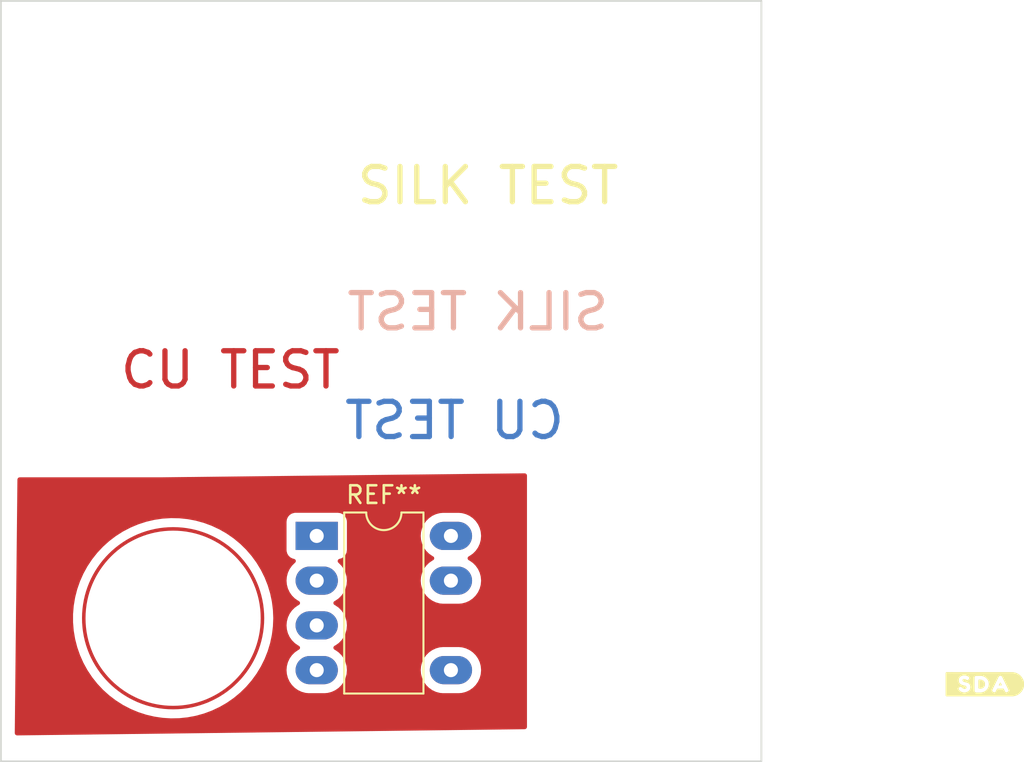
<source format=kicad_pcb>
(kicad_pcb (version 20210108) (generator pcbnew)
  (layers (0 "F.Cu" signal) (31 "B.Cu" signal) (34 "B.Paste" user) (35 "F.Paste" user) (36 "B.SilkS" user "B.Silkscreen") (37 "F.SilkS" user "F.Silkscreen") (38 "B.Mask" user) (39 "F.Mask" user) (44 "Edge.Cuts" user))
  (net 0 "")
  (footprint "label" (layer "F.Cu") (at 170 115)
    (fp_text reference "" (at 0 0) (layer "F.SilkS") (effects (font (size 1.27 1.27))))
    (fp_text value "" (at 0 0) (layer "F.SilkS") (effects (font (size 1.27 1.27))))
    (fp_poly (pts (xy -1.7503 -0.6773) (xy -2.0209 -0.6773) (xy -2.0489 -0.6377) (xy -2.0489 0.6478) (xy -2.0108 0.6773) (xy 1.7106 0.6773) (xy 1.7781 0.6739) (xy 1.845 0.6638) (xy 1.9105 0.6471) (xy 1.974 0.6239) (xy 2.0349 0.5945) (xy 2.0926 0.5591) (xy 2.1464 0.5182) (xy 2.196 0.4721) (xy 2.2406 0.4213) (xy 2.28 0.3663) (xy 2.3137 0.3077) (xy 2.3414 0.246) (xy 2.3627 0.1818) (xy 2.3776 0.1158) (xy 2.3858 0.0487) (xy 2.3873 -0.0189) (xy 2.3821 -0.0863) (xy 2.3701 -0.1529) (xy 2.3516 -0.2179) (xy 2.3266 -0.2808) (xy 2.2956 -0.3409) (xy 2.2587 -0.3975) (xy 2.2163 -0.4503) (xy 2.1689 -0.4985) (xy 2.1169 -0.5417) (xy 2.0608 -0.5796) (xy 2.0013 -0.6116) (xy 1.9388 -0.6376) (xy 1.8741 -0.6572) (xy 1.8077 -0.6703) (xy 1.7404 -0.6767) (xy 1.6728 -0.6773) (xy -1.709 -0.6773) (xy -1.2752 -0.3808) (xy -1.2309 -0.4316) (xy -1.1798 -0.4683) (xy -1.1196 -0.4931) (xy -1.0504 -0.506) (xy -0.9755 -0.5073) (xy -0.9075 -0.4994) (xy -0.8399 -0.4809) (xy -0.7809 -0.4518) (xy -0.7287 -0.4083) (xy -0.7012 -0.3554) (xy -0.7273 -0.2955) (xy -0.7788 -0.2377) (xy -0.8335 -0.2245) (xy -0.8962 -0.252) (xy -0.9498 -0.291) (xy -1.0214 -0.2961) (xy -1.0782 -0.267) (xy -1.0918 -0.2028) (xy -1.0482 -0.156) (xy -0.9839 -0.1332) (xy -0.9211 -0.1185) (xy -0.851 -0.0993) (xy -0.787 -0.076) (xy -0.7324 -0.0452) (xy -0.6871 0.0066) (xy -0.6597 0.0652) (xy -0.6477 0.1331) (xy -0.6496 0.2061) (xy -0.6644 0.2701) (xy -0.4233 0.3256) (xy -0.4232 -0.4163) (xy -0.3942 -0.4648) (xy -0.3232 -0.4806) (xy -0.2758 -0.4809) (xy -0.0728 -0.4809) (xy -0.0046 -0.4766) (xy 0.0604 -0.463) (xy 0.1222 -0.4403) (xy 0.1809 -0.4085) (xy 0.2363 -0.3675) (xy 0.2871 -0.3185) (xy 0.3288 -0.2653) (xy 0.3612 -0.2079) (xy 0.3844 -0.1463) (xy 0.3983 -0.0805) (xy 0.403 -0.0105) (xy 0.3986 0.059) (xy 0.3854 0.1248) (xy 0.3638 0.1858) (xy 0.5844 0.3186) (xy 0.6146 0.2529) (xy 0.9399 -0.4165) (xy 0.9807 -0.4683) (xy 1.0434 -0.494) (xy 1.1069 -0.481) (xy 1.1527 -0.431) (xy 1.1549 -0.4267) (xy 1.5104 0.306) (xy 1.5273 0.3679) (xy 1.5022 0.4186) (xy 1.4323 0.4621) (xy 1.3709 0.4734) (xy 1.3172 0.4365) (xy 1.286 0.3762) (xy 1.2569 0.3152) (xy 1.2257 0.2574) (xy 0.8874 0.2574) (xy 0.8486 0.3031) (xy 0.7875 0.4283) (xy 0.7417 0.4701) (xy 0.6831 0.4653) (xy 0.609 0.4256) (xy 0.5734 0.377) (xy 0.5837 0.321) (xy 0.3628 0.1881) (xy 0.3324 0.2455) (xy 0.2927 0.3003) (xy 0.2442 0.3513) (xy 0.1907 0.3944) (xy 0.1335 0.4282) (xy 0.0725 0.4528) (xy 0.0077 0.468) (xy -0.0608 0.474) (xy -0.2642 0.4741) (xy -0.34 0.4726) (xy -0.4004 0.4514) (xy -0.4209 0.4004) (xy -0.4233 0.3281) (xy -0.6652 0.2724) (xy -0.6943 0.3315) (xy -0.7377 0.383) (xy -0.7923 0.421) (xy -0.8532 0.4497) (xy -0.9175 0.4674) (xy -0.9851 0.4741) (xy -1.0541 0.4704) (xy -1.1205 0.457) (xy -1.1823 0.4295) (xy -1.2426 0.3879) (xy -1.2865 0.3442) (xy -1.3216 0.3005) (xy -1.3372 0.2439) (xy -1.3083 0.1897) (xy -1.2479 0.1419) (xy -1.1921 0.1394) (xy -1.1347 0.1771) (xy -1.0795 0.2246) (xy -1.0147 0.2558) (xy -0.9402 0.2499) (xy -0.8909 0.2156) (xy -0.8777 0.1543) (xy -0.9182 0.1043) (xy -0.9818 0.083) (xy -1.0458 0.0702) (xy -1.1137 0.0482) (xy -1.1762 0.0216) (xy -1.2322 -0.0106) (xy -1.2776 -0.0605) (xy -1.3079 -0.1206) (xy -1.3223 -0.1864) (xy -1.3223 -0.2568) (xy -1.307 -0.3212) (xy -1.2766 -0.3788) (xy -1.7115 -0.6773) (xy -1.7503 -0.6773)) (layer "F.SilkS") (width 0.01) (fill solid))
    (fp_poly (pts (xy 1.0207 -0.0571) (xy 0.9657 0.0666) (xy 1.0992 0.0677) (xy 1.1205 0.0386) (xy 1.0618 -0.0834) (xy 1.0207 -0.0571)) (layer "F.SilkS") (width 0.01) (fill solid))
    (fp_poly (pts (xy 0.0654 0.204) (xy 0.1142 0.1562) (xy 0.1508 0.1006) (xy 0.1698 0.0371) (xy 0.1712 -0.0332) (xy 0.1555 -0.0985) (xy 0.1227 -0.1557) (xy 0.0737 -0.2038) (xy 0.0158 -0.2356) (xy -0.0498 -0.2498) (xy -0.1859 -0.2506) (xy -0.193 -0.1901) (xy -0.193 0.2159) (xy -0.1533 0.2438) (xy -0.018 0.2438) (xy 0.0654 0.204)) (layer "F.SilkS") (width 0.01) (fill solid))
  )
  (footprint "label" (layer "F.Cu") (at 170 115)
    (fp_text reference "" (at 0 0) (layer "F.SilkS") (effects (font (size 1.27 1.27))))
    (fp_text value "" (at 0 0) (layer "F.SilkS") (effects (font (size 1.27 1.27))))
    (fp_poly (pts (xy 0.0654 0.204) (xy 0.1142 0.1562) (xy 0.1508 0.1006) (xy 0.1698 0.0371) (xy 0.1712 -0.0332) (xy 0.1555 -0.0985) (xy 0.1227 -0.1557) (xy 0.0737 -0.2038) (xy 0.0158 -0.2356) (xy -0.0498 -0.2498) (xy -0.1859 -0.2506) (xy -0.193 -0.1901) (xy -0.193 0.2159) (xy -0.1533 0.2438) (xy -0.018 0.2438) (xy 0.0654 0.204)) (layer "F.SilkS") (width 0.01) (fill solid))
    (fp_poly (pts (xy -1.7503 -0.6773) (xy -2.0209 -0.6773) (xy -2.0489 -0.6377) (xy -2.0489 0.6478) (xy -2.0108 0.6773) (xy 1.7106 0.6773) (xy 1.7781 0.6739) (xy 1.845 0.6638) (xy 1.9105 0.6471) (xy 1.974 0.6239) (xy 2.0349 0.5945) (xy 2.0926 0.5591) (xy 2.1464 0.5182) (xy 2.196 0.4721) (xy 2.2406 0.4213) (xy 2.28 0.3663) (xy 2.3137 0.3077) (xy 2.3414 0.246) (xy 2.3627 0.1818) (xy 2.3776 0.1158) (xy 2.3858 0.0487) (xy 2.3873 -0.0189) (xy 2.3821 -0.0863) (xy 2.3701 -0.1529) (xy 2.3516 -0.2179) (xy 2.3266 -0.2808) (xy 2.2956 -0.3409) (xy 2.2587 -0.3975) (xy 2.2163 -0.4503) (xy 2.1689 -0.4985) (xy 2.1169 -0.5417) (xy 2.0608 -0.5796) (xy 2.0013 -0.6116) (xy 1.9388 -0.6376) (xy 1.8741 -0.6572) (xy 1.8077 -0.6703) (xy 1.7404 -0.6767) (xy 1.6728 -0.6773) (xy -1.709 -0.6773) (xy -1.2752 -0.3808) (xy -1.2309 -0.4316) (xy -1.1798 -0.4683) (xy -1.1196 -0.4931) (xy -1.0504 -0.506) (xy -0.9755 -0.5073) (xy -0.9075 -0.4994) (xy -0.8399 -0.4809) (xy -0.7809 -0.4518) (xy -0.7287 -0.4083) (xy -0.7012 -0.3554) (xy -0.7273 -0.2955) (xy -0.7788 -0.2377) (xy -0.8335 -0.2245) (xy -0.8962 -0.252) (xy -0.9498 -0.291) (xy -1.0214 -0.2961) (xy -1.0782 -0.267) (xy -1.0918 -0.2028) (xy -1.0482 -0.156) (xy -0.9839 -0.1332) (xy -0.9211 -0.1185) (xy -0.851 -0.0993) (xy -0.787 -0.076) (xy -0.7324 -0.0452) (xy -0.6871 0.0066) (xy -0.6597 0.0652) (xy -0.6477 0.1331) (xy -0.6496 0.2061) (xy -0.6644 0.2701) (xy -0.4233 0.3256) (xy -0.4232 -0.4163) (xy -0.3942 -0.4648) (xy -0.3232 -0.4806) (xy -0.2758 -0.4809) (xy -0.0728 -0.4809) (xy -0.0046 -0.4766) (xy 0.0604 -0.463) (xy 0.1222 -0.4403) (xy 0.1809 -0.4085) (xy 0.2363 -0.3675) (xy 0.2871 -0.3185) (xy 0.3288 -0.2653) (xy 0.3612 -0.2079) (xy 0.3844 -0.1463) (xy 0.3983 -0.0805) (xy 0.403 -0.0105) (xy 0.3986 0.059) (xy 0.3854 0.1248) (xy 0.3638 0.1858) (xy 0.5844 0.3186) (xy 0.6146 0.2529) (xy 0.9399 -0.4165) (xy 0.9807 -0.4683) (xy 1.0434 -0.494) (xy 1.1069 -0.481) (xy 1.1527 -0.431) (xy 1.1549 -0.4267) (xy 1.5104 0.306) (xy 1.5273 0.3679) (xy 1.5022 0.4186) (xy 1.4323 0.4621) (xy 1.3709 0.4734) (xy 1.3172 0.4365) (xy 1.286 0.3762) (xy 1.2569 0.3152) (xy 1.2257 0.2574) (xy 0.8874 0.2574) (xy 0.8486 0.3031) (xy 0.7875 0.4283) (xy 0.7417 0.4701) (xy 0.6831 0.4653) (xy 0.609 0.4256) (xy 0.5734 0.377) (xy 0.5837 0.321) (xy 0.3628 0.1881) (xy 0.3324 0.2455) (xy 0.2927 0.3003) (xy 0.2442 0.3513) (xy 0.1907 0.3944) (xy 0.1335 0.4282) (xy 0.0725 0.4528) (xy 0.0077 0.468) (xy -0.0608 0.474) (xy -0.2642 0.4741) (xy -0.34 0.4726) (xy -0.4004 0.4514) (xy -0.4209 0.4004) (xy -0.4233 0.3281) (xy -0.6652 0.2724) (xy -0.6943 0.3315) (xy -0.7377 0.383) (xy -0.7923 0.421) (xy -0.8532 0.4497) (xy -0.9175 0.4674) (xy -0.9851 0.4741) (xy -1.0541 0.4704) (xy -1.1205 0.457) (xy -1.1823 0.4295) (xy -1.2426 0.3879) (xy -1.2865 0.3442) (xy -1.3216 0.3005) (xy -1.3372 0.2439) (xy -1.3083 0.1897) (xy -1.2479 0.1419) (xy -1.1921 0.1394) (xy -1.1347 0.1771) (xy -1.0795 0.2246) (xy -1.0147 0.2558) (xy -0.9402 0.2499) (xy -0.8909 0.2156) (xy -0.8777 0.1543) (xy -0.9182 0.1043) (xy -0.9818 0.083) (xy -1.0458 0.0702) (xy -1.1137 0.0482) (xy -1.1762 0.0216) (xy -1.2322 -0.0106) (xy -1.2776 -0.0605) (xy -1.3079 -0.1206) (xy -1.3223 -0.1864) (xy -1.3223 -0.2568) (xy -1.307 -0.3212) (xy -1.2766 -0.3788) (xy -1.7115 -0.6773) (xy -1.7503 -0.6773)) (layer "F.SilkS") (width 0.01) (fill solid))
    (fp_poly (pts (xy 1.0207 -0.0571) (xy 0.9657 0.0666) (xy 1.0992 0.0677) (xy 1.1205 0.0386) (xy 1.0618 -0.0834) (xy 1.0207 -0.0571)) (layer "F.SilkS") (width 0.01) (fill solid))
  )
  (footprint "Package_DIP:PowerIntegrations_PDIP-8B" (layer "F.Cu") (at 132.2324 106.5784)
    (fp_text reference "REF**" (at 3.81 -2.33) (layer "F.SilkS"))
    (fp_text value "PowerIntegrations_PDIP-8B")
    (fp_line (start 1.56 8.95) (end 6.06 8.95) (layer "F.SilkS") (width 0.12))
    (fp_line (start 6.06 -1.33) (end 4.81 -1.33) (layer "F.SilkS") (width 0.12))
    (fp_line (start 2.81 -1.33) (end 1.56 -1.33) (layer "F.SilkS") (width 0.12))
    (fp_line (start 1.56 -1.33) (end 1.56 8.95) (layer "F.SilkS") (width 0.12))
    (fp_line (start 6.06 8.95) (end 6.06 -1.33) (layer "F.SilkS") (width 0.12))
    (fp_arc (start 3.81 -1.33) (end 2.81 -1.33) (angle -180) (layer "F.SilkS") (width 0.12))
    (pad "1" thru_hole rect (at 0 0) (size 2.4 1.6) (drill 0.8) (layers *.Cu *.Mask))
    (pad "2" thru_hole oval (at 0 2.54) (size 2.4 1.6) (drill 0.8) (layers *.Cu *.Mask))
    (pad "3" thru_hole oval (at 0 5.08) (size 2.4 1.6) (drill 0.8) (layers *.Cu *.Mask))
    (pad "4" thru_hole oval (at 0 7.62) (size 2.4 1.6) (drill 0.8) (layers *.Cu *.Mask))
    (pad "5" thru_hole oval (at 7.62 7.62) (size 2.4 1.6) (drill 0.8) (layers *.Cu *.Mask))
    (pad "7" thru_hole oval (at 7.62 2.54) (size 2.4 1.6) (drill 0.8) (layers *.Cu *.Mask))
    (pad "8" thru_hole oval (at 7.62 0) (size 2.4 1.6) (drill 0.8) (layers *.Cu *.Mask))
  )
  (gr_circle (center 124.079 111.252) (end 119.9134 108.3564) (layer "F.Cu") (width 0.2) (fill none))
  (gr_rect (start 114.3 76.2) (end 157.48 119.38) (layer "Edge.Cuts") (width 0.1) (fill none))
  (gr_text "CU TEST\n" (at 127.3302 97.155) (layer "F.Cu") (effects (font (size 2 2) (thickness 0.3))))
  (gr_text "CU TEST\n" (at 140.0556 100.0252) (layer "B.Cu") (effects (font (size 2 2) (thickness 0.3)) (justify mirror)))
  (gr_text "SILK TEST\n" (at 141.3764 93.853) (layer "B.SilkS") (effects (font (size 2 2) (thickness 0.3)) (justify mirror)))
  (gr_text "SILK TEST\n" (at 141.9606 86.6902) (layer "F.SilkS") (effects (font (size 2 2) (thickness 0.3))))
  (zone (net 0) (net_name "") (layer "F.Cu") (connect_pads (clearance 0)) (min_thickness 0.254)
    (keepout (tracks not_allowed) (vias not_allowed) (pads not_allowed) (copperpour not_allowed) (footprints allowed))
    (fill (thermal_gap 0.508) (thermal_bridge_width 0.508))
    (polygon (pts (xy 129.157137 111.252) (xy 129.137813 110.809411) (xy 129.079989 110.370191) (xy 128.984104 109.937681) (xy 128.850888 109.515175) (xy 128.681355 109.105887) (xy 128.476796 108.712932) (xy 128.238766 108.3393) (xy 127.969079 107.987836) (xy 127.669785 107.661215) (xy 127.343164 107.361921) (xy 126.9917 107.092234) (xy 126.618069 106.854204) (xy 126.225113 106.649645) (xy 125.815825 106.480112) (xy 125.393319 106.346896) (xy 124.960809 106.251011) (xy 124.521589 106.193187) (xy 124.079 106.173863) (xy 123.636411 106.193187) (xy 123.197191 106.251011) (xy 122.764681 106.346896) (xy 122.342175 106.480112) (xy 121.932887 106.649645) (xy 121.539932 106.854204) (xy 121.1663 107.092234) (xy 120.814836 107.361921) (xy 120.488215 107.661215) (xy 120.188921 107.987836) (xy 119.919234 108.3393) (xy 119.681204 108.712932) (xy 119.476645 109.105887) (xy 119.307112 109.515175) (xy 119.173896 109.937681) (xy 119.078011 110.370191) (xy 119.020187 110.809411) (xy 119.000863 111.252) (xy 119.020187 111.694589) (xy 119.078011 112.133809) (xy 119.173896 112.566319) (xy 119.307112 112.988825) (xy 119.476645 113.398113) (xy 119.681204 113.791068) (xy 119.919234 114.1647) (xy 120.188921 114.516164) (xy 120.488215 114.842785) (xy 120.814836 115.142079) (xy 121.1663 115.411766) (xy 121.539931 115.649796) (xy 121.932887 115.854355) (xy 122.342175 116.023888) (xy 122.764681 116.157104) (xy 123.197191 116.252989) (xy 123.636411 116.310813) (xy 124.079 116.330137) (xy 124.521589 116.310813) (xy 124.960809 116.252989) (xy 125.393319 116.157104) (xy 125.815825 116.023888) (xy 126.225113 115.854355) (xy 126.618069 115.649796) (xy 126.9917 115.411766) (xy 127.343164 115.142079) (xy 127.669785 114.842785) (xy 127.969079 114.516164) (xy 128.238766 114.1647) (xy 128.476796 113.791068) (xy 128.681355 113.398113) (xy 128.850888 112.988825) (xy 128.984104 112.566319) (xy 129.079989 112.133809) (xy 129.137813 111.694589)))
  )
  (zone (net 0) (net_name "") (layer "F.Cu") (connect_pads (clearance 0.508)) (min_thickness 0.254) (fill yes (thermal_gap 0.508) (thermal_bridge_width 0.508))
    (polygon (pts (xy 144.1704 117.5512) (xy 115.0874 117.9068) (xy 115.2398 103.251) (xy 123.317 103.251) (xy 144.1704 103.0224)))
  )
)
</source>
